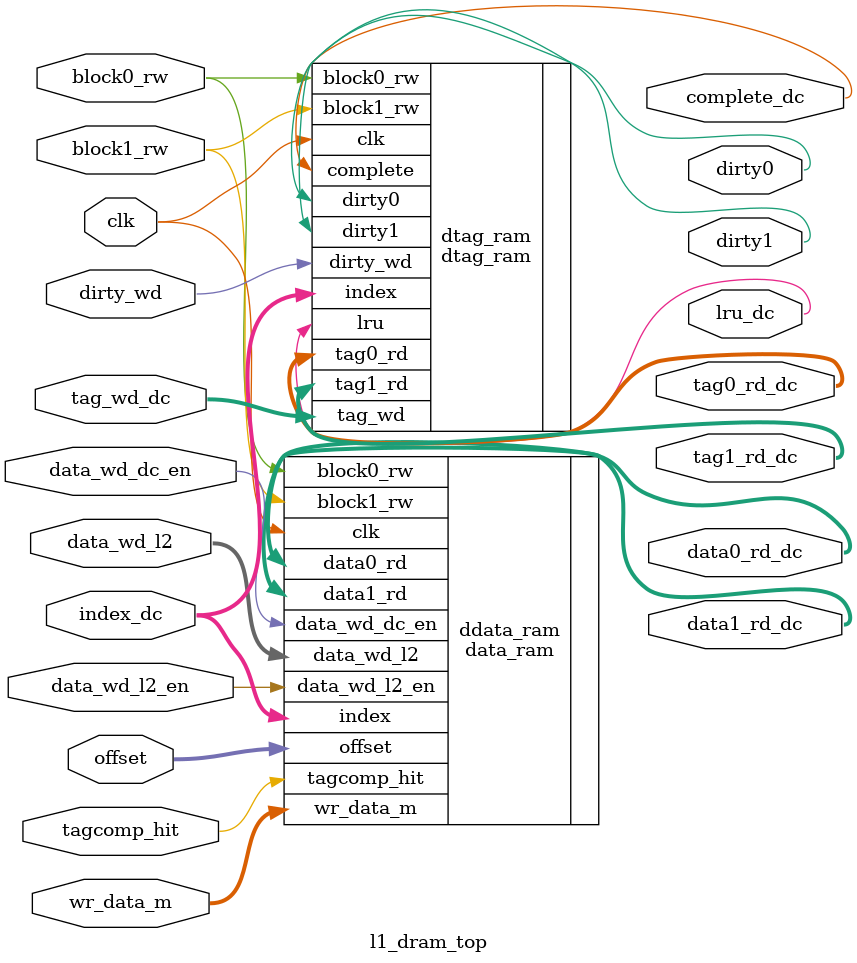
<source format=v>
/*
 -- ============================================================================
 -- FILE NAME   : l1_dram_top.v
 -- DESCRIPTION : top of dcache_ram
 -- ----------------------------------------------------------------------------
 -- Date:2016/4/12         Coding_by:kippy   
 -- ============================================================================
*/
`timescale 1ns/1ps
/********** General header file **********/
`include "stddef.h"
`include "dcache.h"

module l1_dram_top(
    input           clk,               // clock
    /*dtag*/
    // input           tag0_rw_dc,        // read / write signal of tag0
    // input           tag1_rw_dc,        // read / write signal of tag1
    input   [7:0]   index_dc,          // address of cache
    input           tagcomp_hit, 
    input           block0_rw,
    input           block1_rw,
    input           dirty_wd,
    input   [20:0]  tag_wd_dc,         // write data of tag
    output  [20:0]  tag0_rd_dc,        // read data of tag0
    output  [20:0]  tag1_rd_dc,        // read data of tag1
    output          dirty0,
    output          dirty1,
    output          lru_dc,            // read data of lru_field
    output          complete_dc,       // complete write from L2 to L1
    /*ddata*/
    // input              wr0_en0,
    // input              wr0_en1,
    // input              wr0_en2,
    // input              wr0_en3,
    // input              wr1_en0,
    // input              wr1_en1,
    // input              wr1_en2,
    // input              wr1_en3,
    input      [31:0]  wr_data_m,       // ++++++++++
    input      [1:0]   offset, 
    // input           data0_rw_dc,       // the mark of cache_data0 write signal 
    // input           data1_rw_dc,       // the mark of cache_data1 write signal 
    input   [127:0] data_wd_l2,        // write data of l2_cache
    // input   [127:0] data_wd_dc,
    input           data_wd_l2_en,
    input           data_wd_dc_en,
    output  [127:0] data0_rd_dc,       // read data of cache_data0
    output  [127:0] data1_rd_dc        // read data of cache_data1
    );
    dtag_ram dtag_ram(
        .clk            (clk),              // clock
        // .tag0_rw        (tag0_rw_dc),       // read / write signal of tag0
        // .tag1_rw        (tag1_rw_dc),       // read / write signal of tag1
        .index          (index_dc),         // address of cache
        .block0_rw      (block0_rw),        
        .block1_rw      (block1_rw),   
        .dirty_wd       (dirty_wd), 
        .tag_wd         (tag_wd_dc),        // write data of tag
        .tag0_rd        (tag0_rd_dc),       // read data of tag0
        .tag1_rd        (tag1_rd_dc),       // read data of tag1
        .dirty0         (dirty0),
        .dirty1         (dirty1),
        .lru            (lru_dc),           // read data of tag
        .complete       (complete_dc)       // complete write from L2 to L1
        );
    data_ram ddata_ram(
        .clk            (clk),           // clock
        // .data0_rw       (data0_rw_dc),      // the mark of cache_data0 write signal 
        // .data1_rw       (data1_rw_dc),      // the mark of cache_data1 write signal 
        // .wr0_en0        (wr0_en0),   // the mark of cache_data0 write signal 
        // .wr0_en1        (wr0_en1),   // the mark of cache_data1 write signal 
        // .wr0_en2        (wr0_en2),   // the mark of cache_data2 write signal 
        // .wr0_en3        (wr0_en3),   // the mark of cache_data3 write signal         
        // .wr1_en0        (wr1_en0),
        // .wr1_en1        (wr1_en1),
        // .wr1_en2        (wr1_en2),
        // .wr1_en3        (wr1_en3),
        .index          (index_dc),         // address of cache
        .tagcomp_hit    (tagcomp_hit),   // +++++++++
        .block0_rw      (block0_rw),     // read / write signal of block0
        .block1_rw      (block1_rw),     // read / write signal of block1
        .data_wd_l2     (data_wd_l2),    // write data of l2_cache
        // .data_wd_dc     (data_wd_dc),    // write data of l2_cache
        .data_wd_l2_en  (data_wd_l2_en), // write data of l2_cache
        .data_wd_dc_en  (data_wd_dc_en), // write data of l2_cache
        .wr_data_m      (wr_data_m),
        .offset         (offset), 
        .data0_rd       (data0_rd_dc),      // read data of cache_data0
        .data1_rd       (data1_rd_dc)       // read data of cache_data1
    );
endmodule
</source>
